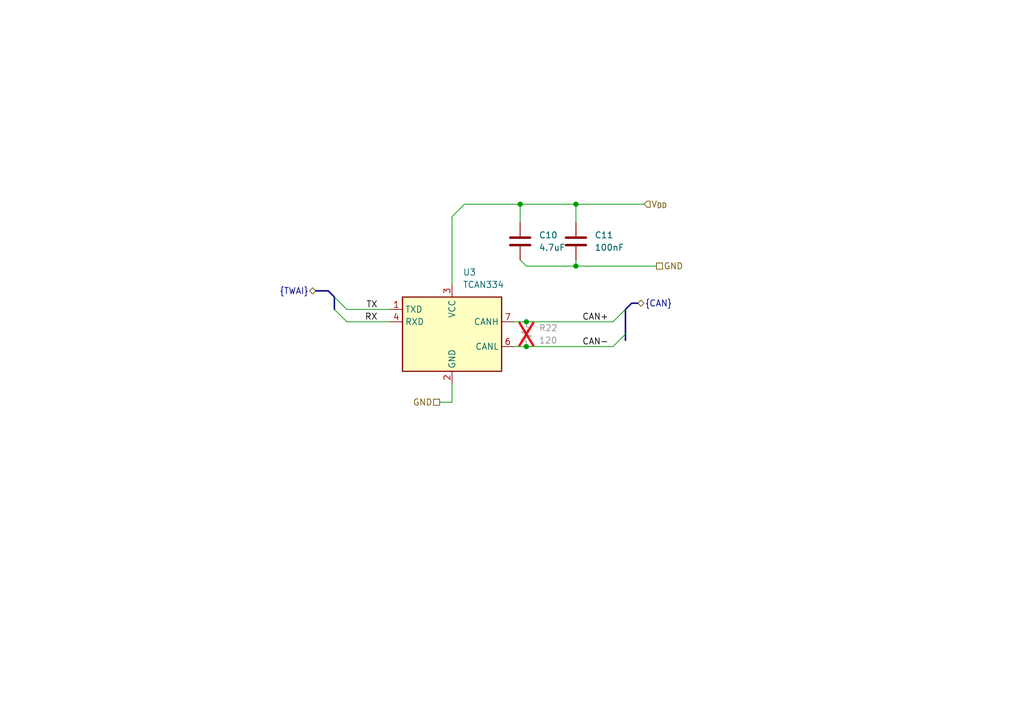
<source format=kicad_sch>
(kicad_sch (version 20231120) (generator "eeschema") (generator_version "8.0")
  (paper "A5")
  (title_block (title "CAN Transceiver") (date "2024-04-07") (rev "0.1") (comment 1 "Author: Orion Serup") (comment 2 "https://github.com/orionserup/OpenMC"))
  (lib_symbols
    (symbol "OpenMC:C" (pin_numbers hide) (pin_names (offset 0.254))
      (property "Reference" "C" (at 0.635 2.54 0))
      (property "Value" "C" (at 0.635 -2.54 0))
      (symbol "C_0_1"
        (polyline (pts (xy -2.032 -0.762) (xy 2.032 -0.762)) (stroke (width 0.508)))
        (polyline (pts (xy -2.032 0.762) (xy 2.032 0.762)) (stroke (width 0.508)))
      )
      (symbol "C_1_1"
        (pin passive line (at 0 3.81 270) (length 2.794) (name "~") (number "1"))
        (pin passive line (at 0 -3.81 90) (length 2.794) (name "~") (number "2"))
      )
    )
    (symbol "OpenMC:R_Small_US" (pin_numbers hide) (pin_names (offset 0.254) hide)
      (property "Reference" "R" (at 0.762 0.508 0))
      (property "Value" "R_Small_US" (at 0.762 -1.016 0))
      (symbol "R_Small_US_1_1"
        (polyline (pts (xy 0 0) (xy 1.016 -0.381) (xy 0 -0.762) (xy -1.016 -1.143) (xy 0 -1.524)))
        (polyline (pts (xy 0 1.524) (xy 1.016 1.143) (xy 0 0.762) (xy -1.016 0.381) (xy 0 0)))
        (pin passive line (at 0 2.54 270) (length 1.016) (name "~") (number "1"))
        (pin passive line (at 0 -2.54 90) (length 1.016) (name "~") (number "2"))
      )
    )
    (symbol "OpenMC:TCAN332G"
      (property "Reference" "U" (at -10.16 8.89 0))
      (property "Value" "TCAN332G" (at 2.54 8.89 0))
      (symbol "TCAN332G_0_1"
        (rectangle (start -10.16 7.62) (end 10.16 -7.62) (stroke (width 0.254)) (fill (type background)))
      )
      (symbol "TCAN332G_1_1"
        (pin input line (at -12.7 5.08 0) (length 2.54) (name "TXD") (number "1"))
        (pin power_in line (at 0 -10.16 90) (length 2.54) (name "GND") (number "2"))
        (pin power_in line (at 0 10.16 270) (length 2.54) (name "VCC") (number "3"))
        (pin tri_state line (at -12.7 2.54 0) (length 2.54) (name "RXD") (number "4"))
        (pin no_connect line (at -10.16 -2.54 0) (length 2.54) hide (name "NC") (number "5"))
        (pin bidirectional line (at 12.7 -2.54 180) (length 2.54) (name "CANL") (number "6"))
        (pin bidirectional line (at 12.7 2.54 180) (length 2.54) (name "CANH") (number "7"))
        (pin no_connect line (at -10.16 -5.08 0) (length 2.54) hide (name "NC") (number "8"))
      )
    )
  )
  (bus_alias "CAN" (members "CAN+" "CAN-"))
  (junction (at 106.68 41.91))
  (junction (at 118.11 41.91))
  (junction (at 107.95 66.04))
  (junction (at 118.11 54.61))
  (junction (at 107.95 71.12))
  (bus_entry (at 128.27 68.58) (size -2.54 2.54))
  (bus_entry (at 68.58 63.5) (size 2.54 2.54))
  (bus_entry (at 128.27 63.5) (size -2.54 2.54))
  (bus_entry (at 68.58 60.96) (size 2.54 2.54))
  (wire (pts (xy 92.71 58.42) (xy 92.71 44.45)))
  (wire (pts (xy 106.68 41.91) (xy 118.11 41.91)))
  (wire (pts (xy 92.71 44.45) (xy 95.25 41.91)))
  (bus (pts (xy 128.27 68.58) (xy 128.27 69.85)))
  (wire (pts (xy 92.71 78.74) (xy 92.71 82.55)))
  (wire (pts (xy 107.95 54.61) (xy 106.68 53.34)))
  (wire (pts (xy 90.17 82.55) (xy 92.71 82.55)))
  (wire (pts (xy 107.95 54.61) (xy 118.11 54.61)))
  (bus (pts (xy 130.81 62.23) (xy 129.54 62.23)))
  (wire (pts (xy 95.25 41.91) (xy 106.68 41.91)))
  (wire (pts (xy 118.11 41.91) (xy 118.11 45.72)))
  (wire (pts (xy 118.11 41.91) (xy 132.08 41.91)))
  (bus (pts (xy 68.58 60.96) (xy 68.58 63.5)))
  (wire (pts (xy 71.12 66.04) (xy 80.01 66.04)))
  (wire (pts (xy 118.11 54.61) (xy 134.62 54.61)))
  (wire (pts (xy 105.41 71.12) (xy 107.95 71.12)))
  (bus (pts (xy 128.27 63.5) (xy 128.27 68.58)))
  (wire (pts (xy 107.95 66.04) (xy 125.73 66.04)))
  (bus (pts (xy 67.31 59.69) (xy 68.58 60.96)))
  (wire (pts (xy 106.68 41.91) (xy 106.68 45.72)))
  (wire (pts (xy 118.11 53.34) (xy 118.11 54.61)))
  (wire (pts (xy 105.41 66.04) (xy 107.95 66.04)))
  (bus (pts (xy 64.77 59.69) (xy 67.31 59.69)))
  (wire (pts (xy 71.12 63.5) (xy 80.01 63.5)))
  (bus (pts (xy 129.54 62.23) (xy 128.27 63.5)))
  (wire (pts (xy 107.95 71.12) (xy 125.73 71.12)))
  (label "TX" (at 77.47 63.5 180))
  (label "RX" (at 77.47 66.04 180))
  (label "CAN+" (at 119.38 66.04 0))
  (label "CAN-" (at 119.38 71.12 0))
  (hierarchical_label "{CAN}" (shape bidirectional) (at 130.81 62.23 0))
  (hierarchical_label "GND" (shape passive) (at 134.62 54.61 0))
  (hierarchical_label "GND" (shape passive) (at 90.17 82.55 180))
  (hierarchical_label "{TWAI}" (shape bidirectional) (at 64.77 59.69 180))
  (hierarchical_label "V_{DD}" (shape input) (at 132.08 41.91 0))
  (symbol (lib_id "OpenMC:C") (at 106.68 49.53 0) (unit 1)
    (property "Reference" "C10" (at 110.49 48.2599 0) (effects (justify left)))
    (property "Value" "4.7uF" (at 110.49 50.7999 0) (effects (justify left)))
    (property "Footprint" "Capacitor_SMD:C_0603_1608Metric" (effects (hide yes)))
    (property "Description" "Unpolarized capacitor" (effects (hide yes)))
    (property "MPN" "CC0603ZRY5V5BB475" (effects (hide yes)))
  )
  (symbol (lib_id "OpenMC:R_Small_US") (at 107.95 68.58 0) (unit 1) (in_bom no) (dnp yes)
    (property "Reference" "R22" (at 110.49 67.3099 0) (effects (justify left)))
    (property "Value" "120" (at 110.49 69.8499 0) (effects (justify left)))
    (property "Footprint" "Resistor_SMD:R_0603_1608Metric" (effects (hide yes)))
    (property "Description" "Resistor, small US symbol" (effects (hide yes)))
  )
  (symbol (lib_id "OpenMC:C") (at 118.11 49.53 0) (unit 1)
    (property "Reference" "C11" (at 121.92 48.2599 0) (effects (justify left)))
    (property "Value" "100nF" (at 121.92 50.7999 0) (effects (justify left)))
    (property "Footprint" "Capacitor_SMD:C_0603_1608Metric" (effects (hide yes)))
    (property "Description" "Unpolarized capacitor" (effects (hide yes)))
    (property "MPN" "C1608X5R1H104K080AA" (effects (hide yes)))
  )
  (symbol (lib_id "OpenMC:TCAN332G") (at 92.71 68.58 0) (unit 1)
    (property "Reference" "U3" (at 94.9041 55.88 0) (effects (justify left)))
    (property "Value" "TCAN334" (at 94.9041 58.42 0) (effects (justify left)))
    (property "Footprint" "Package_TO_SOT_SMD:SOT-23-8" (effects (hide yes)))
    (property "Datasheet" "http://www.ti.com/lit/ds/symlink/tcan337.pdf" (effects (hide yes)))
    (property "Description" "High-Speed CAN Transceiver with CAN FD, 5Mbps, 3.3V supply, SOT-23-8/SOIC-8" (effects (hide yes)))
    (property "MPN" "TCAN334" (effects (hide yes)))
  )
)
</source>
